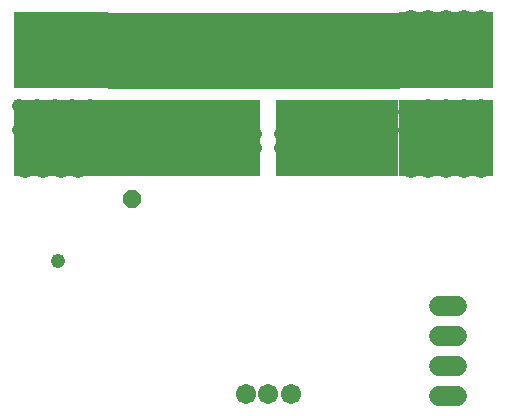
<source format=gbs>
G75*
%MOIN*%
%OFA0B0*%
%FSLAX24Y24*%
%IPPOS*%
%LPD*%
%AMOC8*
5,1,8,0,0,1.08239X$1,22.5*
%
%ADD10R,0.9744X0.2559*%
%ADD11R,0.5118X0.2559*%
%ADD12R,0.4055X0.2559*%
%ADD13C,0.0477*%
%ADD14C,0.1655*%
%ADD15C,0.0671*%
%ADD16C,0.0680*%
%ADD17R,0.3150X0.2559*%
%ADD18R,0.0580X0.0330*%
%ADD19OC8,0.0600*%
%ADD20C,0.0476*%
%ADD21OC8,0.0476*%
%ADD22C,0.0437*%
D10*
X011690Y013596D03*
D11*
X009338Y010683D03*
D12*
X014475Y010683D03*
D13*
X015387Y011240D03*
X014924Y011387D03*
X014403Y011387D03*
X013881Y011387D03*
X013349Y011387D03*
X012887Y011240D03*
X012601Y010846D03*
X012601Y010354D03*
X012887Y009960D03*
X013349Y009813D03*
X013881Y009813D03*
X014403Y009813D03*
X014924Y009813D03*
X015387Y009960D03*
X015668Y010350D03*
X015668Y010850D03*
X016716Y010978D03*
X016912Y010387D03*
X017503Y010387D03*
X018094Y010387D03*
X018684Y010387D03*
X019275Y010387D03*
X019275Y009600D03*
X018684Y009600D03*
X018094Y009600D03*
X017503Y009600D03*
X016912Y009600D03*
X016716Y011569D03*
X017503Y011765D03*
X018094Y011765D03*
X018684Y011765D03*
X019275Y011765D03*
X019275Y012750D03*
X018684Y012750D03*
X018094Y012750D03*
X017503Y012750D03*
X016912Y012750D03*
X016912Y013537D03*
X017503Y013537D03*
X018094Y013537D03*
X018684Y013537D03*
X019275Y013537D03*
X019275Y014128D03*
X019275Y014718D03*
X018684Y014718D03*
X018094Y014718D03*
X018094Y014128D03*
X018684Y014128D03*
X017503Y014128D03*
X016912Y014128D03*
X016912Y014718D03*
X017503Y014718D03*
X011735Y010846D03*
X011450Y011240D03*
X010987Y011387D03*
X010466Y011387D03*
X009934Y011387D03*
X009412Y011387D03*
X008950Y011240D03*
X008668Y010850D03*
X008668Y010350D03*
X008950Y009960D03*
X009412Y009813D03*
X009934Y009813D03*
X010466Y009813D03*
X010987Y009813D03*
X011450Y009960D03*
X011735Y010354D03*
X006621Y010584D03*
X006227Y010978D03*
X005637Y010978D03*
X005046Y010978D03*
X004456Y010978D03*
X003865Y010978D03*
X003865Y011765D03*
X004456Y011765D03*
X005046Y011765D03*
X005637Y011765D03*
X006227Y011765D03*
X006424Y012750D03*
X005834Y012750D03*
X005243Y012750D03*
X004653Y012750D03*
X004062Y012750D03*
X004062Y013340D03*
X004653Y013340D03*
X005243Y013340D03*
X005834Y013340D03*
X006424Y013340D03*
X006424Y013931D03*
X006424Y014521D03*
X005834Y014521D03*
X005243Y014521D03*
X005243Y013931D03*
X005834Y013931D03*
X004653Y013931D03*
X004653Y014521D03*
X004062Y014521D03*
X004062Y013931D03*
X006621Y009994D03*
X005834Y009600D03*
X005243Y009600D03*
X004653Y009600D03*
X004062Y009600D03*
D14*
X009412Y010600D02*
X010987Y010600D01*
X013349Y010600D02*
X014924Y010600D01*
D15*
X012920Y002175D03*
X012168Y002175D03*
X011416Y002175D03*
D16*
X017868Y002100D02*
X018468Y002100D01*
X018468Y003100D02*
X017868Y003100D01*
X017868Y004100D02*
X018468Y004100D01*
X018468Y005100D02*
X017868Y005100D01*
D17*
X018094Y010683D03*
X018094Y013635D03*
X005243Y013635D03*
X005243Y010683D03*
D18*
X018487Y011175D03*
X018881Y013340D03*
D19*
X007629Y012679D03*
X007629Y008679D03*
D20*
X005168Y006600D03*
D21*
X012168Y013100D03*
D22*
X011149Y013104D03*
X009968Y013104D03*
X008786Y013104D03*
X007605Y013301D03*
X007605Y014285D03*
X008786Y014285D03*
X009968Y014285D03*
X011149Y014285D03*
X012330Y014285D03*
X013511Y014285D03*
X014692Y014285D03*
X015873Y014285D03*
X015873Y013104D03*
X014692Y013104D03*
X013511Y013104D03*
M02*

</source>
